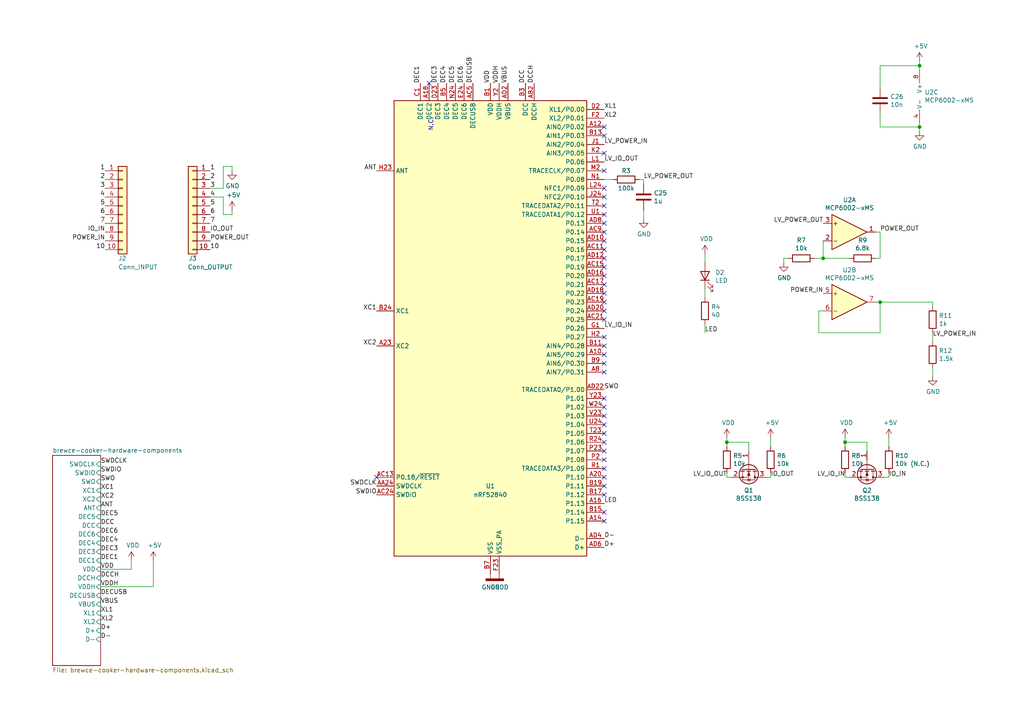
<source format=kicad_sch>
(kicad_sch (version 20211123) (generator eeschema)
  (paper "A4")
  (title_block (title "brewce Cooker Hardware") (date "2023-06-22") (rev "1.0.2") (company "Christian Hirsch") (comment 1 "Copyright 2023 Christian Hirsch") (comment 2 "SPDX-License-Identifier: Apache-2.0 WITH SHL-2.1"))
  (lib_symbols
    (symbol "Amplifier_Operational:MCP6002-xMS" (pin_names (offset 0.127))
      (property "Reference" "U" (at 0 5.08 0))
      (property "Value" "MCP6002-xMS" (at 0 -5.08 0))
      (symbol "MCP6002-xMS_1_1"
        (polyline (pts (xy -5.08 5.08) (xy 5.08 0) (xy -5.08 -5.08) (xy -5.08 5.08)) (stroke (width 0.254)) (fill (type background)))
        (pin output line (at 7.62 0 180) (length 2.54) (name "~") (number "1"))
        (pin input line (at -7.62 -2.54 0) (length 2.54) (name "-") (number "2"))
        (pin input line (at -7.62 2.54 0) (length 2.54) (name "+") (number "3"))
      )
      (symbol "MCP6002-xMS_2_1"
        (polyline (pts (xy -5.08 5.08) (xy 5.08 0) (xy -5.08 -5.08) (xy -5.08 5.08)) (stroke (width 0.254)) (fill (type background)))
        (pin input line (at -7.62 2.54 0) (length 2.54) (name "+") (number "5"))
        (pin input line (at -7.62 -2.54 0) (length 2.54) (name "-") (number "6"))
        (pin output line (at 7.62 0 180) (length 2.54) (name "~") (number "7"))
      )
      (symbol "MCP6002-xMS_3_1"
        (pin power_in line (at -2.54 -7.62 90) (length 3.81) (name "V-") (number "4"))
        (pin power_in line (at -2.54 7.62 270) (length 3.81) (name "V+") (number "8"))
      )
    )
    (symbol "Connector_Generic:Conn_01x10" (pin_names (offset 1.016) hide)
      (property "Reference" "J" (at 0 12.7 0))
      (property "Value" "Conn_01x10" (at 0 -15.24 0))
      (symbol "Conn_01x10_1_1"
        (rectangle (start -1.27 -12.573) (end 0 -12.827) (stroke (width 0.1524)))
        (rectangle (start -1.27 -10.033) (end 0 -10.287) (stroke (width 0.1524)))
        (rectangle (start -1.27 -7.493) (end 0 -7.747) (stroke (width 0.1524)))
        (rectangle (start -1.27 -4.953) (end 0 -5.207) (stroke (width 0.1524)))
        (rectangle (start -1.27 -2.413) (end 0 -2.667) (stroke (width 0.1524)))
        (rectangle (start -1.27 0.127) (end 0 -0.127) (stroke (width 0.1524)))
        (rectangle (start -1.27 2.667) (end 0 2.413) (stroke (width 0.1524)))
        (rectangle (start -1.27 5.207) (end 0 4.953) (stroke (width 0.1524)))
        (rectangle (start -1.27 7.747) (end 0 7.493) (stroke (width 0.1524)))
        (rectangle (start -1.27 10.287) (end 0 10.033) (stroke (width 0.1524)))
        (rectangle (start -1.27 11.43) (end 1.27 -13.97) (stroke (width 0.254)) (fill (type background)))
        (pin passive line (at -5.08 10.16 0) (length 3.81) (name "Pin_1") (number "1"))
        (pin passive line (at -5.08 -12.7 0) (length 3.81) (name "Pin_10") (number "10"))
        (pin passive line (at -5.08 7.62 0) (length 3.81) (name "Pin_2") (number "2"))
        (pin passive line (at -5.08 5.08 0) (length 3.81) (name "Pin_3") (number "3"))
        (pin passive line (at -5.08 2.54 0) (length 3.81) (name "Pin_4") (number "4"))
        (pin passive line (at -5.08 0 0) (length 3.81) (name "Pin_5") (number "5"))
        (pin passive line (at -5.08 -2.54 0) (length 3.81) (name "Pin_6") (number "6"))
        (pin passive line (at -5.08 -5.08 0) (length 3.81) (name "Pin_7") (number "7"))
        (pin passive line (at -5.08 -7.62 0) (length 3.81) (name "Pin_8") (number "8"))
        (pin passive line (at -5.08 -10.16 0) (length 3.81) (name "Pin_9") (number "9"))
      )
    )
    (symbol "Device:C" (pin_numbers hide) (pin_names (offset 0.254))
      (property "Reference" "C" (at 0.635 2.54 0))
      (property "Value" "C" (at 0.635 -2.54 0))
      (symbol "C_0_1"
        (polyline (pts (xy -2.032 -0.762) (xy 2.032 -0.762)) (stroke (width 0.508)))
        (polyline (pts (xy -2.032 0.762) (xy 2.032 0.762)) (stroke (width 0.508)))
      )
      (symbol "C_1_1"
        (pin passive line (at 0 3.81 270) (length 2.794) (name "~") (number "1"))
        (pin passive line (at 0 -3.81 90) (length 2.794) (name "~") (number "2"))
      )
    )
    (symbol "Device:LED" (pin_numbers hide) (pin_names (offset 1.016) hide)
      (property "Reference" "D" (at 0 2.54 0))
      (property "Value" "LED" (at 0 -2.54 0))
      (symbol "LED_0_1"
        (polyline (pts (xy -1.27 -1.27) (xy -1.27 1.27)) (stroke (width 0.254)))
        (polyline (pts (xy -1.27 0) (xy 1.27 0)))
        (polyline (pts (xy 1.27 -1.27) (xy 1.27 1.27) (xy -1.27 0) (xy 1.27 -1.27)) (stroke (width 0.254)))
        (polyline (pts (xy -3.048 -0.762) (xy -4.572 -2.286) (xy -3.81 -2.286) (xy -4.572 -2.286) (xy -4.572 -1.524)))
        (polyline (pts (xy -1.778 -0.762) (xy -3.302 -2.286) (xy -2.54 -2.286) (xy -3.302 -2.286) (xy -3.302 -1.524)))
      )
      (symbol "LED_1_1"
        (pin passive line (at -3.81 0 0) (length 2.54) (name "K") (number "1"))
        (pin passive line (at 3.81 0 180) (length 2.54) (name "A") (number "2"))
      )
    )
    (symbol "Device:R" (pin_numbers hide) (pin_names (offset 0))
      (property "Reference" "R" (at 2.032 0 90))
      (property "Value" "R" (at 0 0 90))
      (symbol "R_0_1"
        (rectangle (start -1.016 -2.54) (end 1.016 2.54) (stroke (width 0.254)))
      )
      (symbol "R_1_1"
        (pin passive line (at 0 3.81 270) (length 1.27) (name "~") (number "1"))
        (pin passive line (at 0 -3.81 90) (length 1.27) (name "~") (number "2"))
      )
    )
    (symbol "MCU_Nordic:nRF52840"
      (property "Reference" "U" (at 0 5.08 0))
      (property "Value" "nRF52840" (at 0 2.54 0))
      (symbol "nRF52840_0_1"
        (rectangle (start -27.94 66.04) (end 27.94 -66.04) (stroke (width 0.254)) (fill (type background)))
      )
      (symbol "nRF52840_1_1"
        (pin bidirectional line (at 33.02 -7.62 180) (length 5.08) (name "AIN5/P0.29") (number "A10"))
        (pin bidirectional line (at 33.02 58.42 180) (length 5.08) (name "AIN0/P0.02") (number "A12"))
        (pin bidirectional line (at 33.02 -55.88 180) (length 5.08) (name "P1.15") (number "A14"))
        (pin bidirectional line (at 33.02 -50.8 180) (length 5.08) (name "P1.13") (number "A16"))
        (pin passive line (at -17.78 71.12 270) (length 5.08) (name "DEC2") (number "A18"))
        (pin bidirectional line (at 33.02 -43.18 180) (length 5.08) (name "P1.10") (number "A20"))
        (pin passive line (at 0 71.12 270) (length 5.08) hide (name "VDD") (number "A22"))
        (pin input line (at -33.02 -5.08 0) (length 5.08) (name "XC2") (number "A23"))
        (pin bidirectional line (at 33.02 -12.7 180) (length 5.08) (name "AIN7/P0.31") (number "A8"))
        (pin input line (at -33.02 -45.72 0) (length 5.08) (name "SWDCLK") (number "AA24"))
        (pin power_out line (at 12.7 71.12 270) (length 5.08) (name "DCCH") (number "AB2"))
        (pin bidirectional line (at 33.02 22.86 180) (length 5.08) (name "P0.16") (number "AC11"))
        (pin bidirectional line (at -33.02 -43.18 0) (length 5.08) (name "P0.18/~{RESET}") (number "AC13"))
        (pin bidirectional line (at 33.02 17.78 180) (length 5.08) (name "P0.19") (number "AC15"))
        (pin bidirectional line (at 33.02 12.7 180) (length 5.08) (name "P0.21") (number "AC17"))
        (pin bidirectional line (at 33.02 7.62 180) (length 5.08) (name "P0.23") (number "AC19"))
        (pin bidirectional line (at 33.02 2.54 180) (length 5.08) (name "P0.25") (number "AC21"))
        (pin bidirectional line (at -33.02 -48.26 0) (length 5.08) (name "SWDIO") (number "AC24"))
        (pin passive line (at -5.08 71.12 270) (length 5.08) (name "DECUSB") (number "AC5"))
        (pin bidirectional line (at 33.02 27.94 180) (length 5.08) (name "P0.14") (number "AC9"))
        (pin bidirectional line (at 33.02 25.4 180) (length 5.08) (name "P0.15") (number "AD10"))
        (pin bidirectional line (at 33.02 20.32 180) (length 5.08) (name "P0.17") (number "AD12"))
        (pin passive line (at 0 71.12 270) (length 5.08) hide (name "VDD") (number "AD14"))
        (pin bidirectional line (at 33.02 15.24 180) (length 5.08) (name "P0.20") (number "AD16"))
        (pin bidirectional line (at 33.02 10.16 180) (length 5.08) (name "P0.22") (number "AD18"))
        (pin power_in line (at 5.08 71.12 270) (length 5.08) (name "VBUS") (number "AD2"))
        (pin bidirectional line (at 33.02 5.08 180) (length 5.08) (name "P0.24") (number "AD20"))
        (pin bidirectional line (at 33.02 -17.78 180) (length 5.08) (name "TRACEDATA0/P1.00") (number "AD22"))
        (pin passive line (at 0 71.12 270) (length 5.08) hide (name "VDD") (number "AD23"))
        (pin bidirectional line (at 33.02 -60.96 180) (length 5.08) (name "D-") (number "AD4"))
        (pin bidirectional line (at 33.02 -63.5 180) (length 5.08) (name "D+") (number "AD6"))
        (pin bidirectional line (at 33.02 30.48 180) (length 5.08) (name "P0.13") (number "AD8"))
        (pin power_in line (at 0 71.12 270) (length 5.08) (name "VDD") (number "B1"))
        (pin bidirectional line (at 33.02 -5.08 180) (length 5.08) (name "AIN4/P0.28") (number "B11"))
        (pin bidirectional line (at 33.02 55.88 180) (length 5.08) (name "AIN1/P0.03") (number "B13"))
        (pin bidirectional line (at 33.02 -53.34 180) (length 5.08) (name "P1.14") (number "B15"))
        (pin bidirectional line (at 33.02 -48.26 180) (length 5.08) (name "P1.12") (number "B17"))
        (pin bidirectional line (at 33.02 -45.72 180) (length 5.08) (name "P1.11") (number "B19"))
        (pin input line (at -33.02 5.08 0) (length 5.08) (name "XC1") (number "B24"))
        (pin power_out line (at 10.16 71.12 270) (length 5.08) (name "DCC") (number "B3"))
        (pin passive line (at -12.7 71.12 270) (length 5.08) (name "DEC4") (number "B5"))
        (pin power_in line (at 0 -71.12 90) (length 5.08) (name "VSS") (number "B7"))
        (pin bidirectional line (at 33.02 -10.16 180) (length 5.08) (name "AIN6/P0.30") (number "B9"))
        (pin passive line (at -20.32 71.12 270) (length 5.08) (name "DEC1") (number "C1"))
        (pin bidirectional line (at 33.02 63.5 180) (length 5.08) (name "XL1/P0.00") (number "D2"))
        (pin passive line (at -15.24 71.12 270) (length 5.08) (name "DEC3") (number "D23"))
        (pin passive line (at -7.62 71.12 270) (length 5.08) (name "DEC6") (number "E24"))
        (pin passive line (at 0 -71.12 90) (length 5.08) hide (name "VSS") (number "EP"))
        (pin bidirectional line (at 33.02 60.96 180) (length 5.08) (name "XL2/P0.01") (number "F2"))
        (pin power_in line (at 2.54 -71.12 90) (length 5.08) (name "VSS_PA") (number "F23"))
        (pin bidirectional line (at 33.02 0 180) (length 5.08) (name "P0.26") (number "G1"))
        (pin bidirectional line (at 33.02 -2.54 180) (length 5.08) (name "P0.27") (number "H2"))
        (pin passive line (at -33.02 45.72 0) (length 5.08) (name "ANT") (number "H23"))
        (pin bidirectional line (at 33.02 53.34 180) (length 5.08) (name "AIN2/P0.04") (number "J1"))
        (pin bidirectional line (at 33.02 38.1 180) (length 5.08) (name "NFC2/P0.10") (number "J24"))
        (pin bidirectional line (at 33.02 50.8 180) (length 5.08) (name "AIN3/P0.05") (number "K2"))
        (pin bidirectional line (at 33.02 48.26 180) (length 5.08) (name "P0.06") (number "L1"))
        (pin bidirectional line (at 33.02 40.64 180) (length 5.08) (name "NFC1/P0.09") (number "L24"))
        (pin bidirectional line (at 33.02 45.72 180) (length 5.08) (name "TRACECLK/P0.07") (number "M2"))
        (pin bidirectional line (at 33.02 43.18 180) (length 5.08) (name "P0.08") (number "N1"))
        (pin passive line (at -10.16 71.12 270) (length 5.08) (name "DEC5") (number "N24"))
        (pin bidirectional line (at 33.02 -38.1 180) (length 5.08) (name "P1.08") (number "P2"))
        (pin bidirectional line (at 33.02 -35.56 180) (length 5.08) (name "P1.07") (number "P23"))
        (pin bidirectional line (at 33.02 -40.64 180) (length 5.08) (name "TRACEDATA3/P1.09") (number "R1"))
        (pin bidirectional line (at 33.02 -33.02 180) (length 5.08) (name "P1.06") (number "R24"))
        (pin bidirectional line (at 33.02 35.56 180) (length 5.08) (name "TRACEDATA2/P0.11") (number "T2"))
        (pin bidirectional line (at 33.02 -30.48 180) (length 5.08) (name "P1.05") (number "T23"))
        (pin bidirectional line (at 33.02 33.02 180) (length 5.08) (name "TRACEDATA1/P0.12") (number "U1"))
        (pin bidirectional line (at 33.02 -27.94 180) (length 5.08) (name "P1.04") (number "U24"))
        (pin bidirectional line (at 33.02 -25.4 180) (length 5.08) (name "P1.03") (number "V23"))
        (pin passive line (at 0 71.12 270) (length 5.08) hide (name "VDD") (number "W1"))
        (pin bidirectional line (at 33.02 -22.86 180) (length 5.08) (name "P1.02") (number "W24"))
        (pin power_in line (at 2.54 71.12 270) (length 5.08) (name "VDDH") (number "Y2"))
        (pin bidirectional line (at 33.02 -20.32 180) (length 5.08) (name "P1.01") (number "Y23"))
      )
    )
    (symbol "Transistor_FET:BSS138" (pin_names hide)
      (property "Reference" "Q" (at 5.08 1.905 0))
      (property "Value" "BSS138" (at 5.08 0 0))
      (symbol "BSS138_0_1"
        (polyline (pts (xy 0.254 0) (xy -2.54 0)))
        (polyline (pts (xy 0.254 1.905) (xy 0.254 -1.905)) (stroke (width 0.254)))
        (polyline (pts (xy 0.762 -1.27) (xy 0.762 -2.286)) (stroke (width 0.254)))
        (polyline (pts (xy 0.762 0.508) (xy 0.762 -0.508)) (stroke (width 0.254)))
        (polyline (pts (xy 0.762 2.286) (xy 0.762 1.27)) (stroke (width 0.254)))
        (polyline (pts (xy 2.54 2.54) (xy 2.54 1.778)))
        (polyline (pts (xy 2.54 -2.54) (xy 2.54 0) (xy 0.762 0)))
        (polyline (pts (xy 0.762 -1.778) (xy 3.302 -1.778) (xy 3.302 1.778) (xy 0.762 1.778)))
        (polyline (pts (xy 1.016 0) (xy 2.032 0.381) (xy 2.032 -0.381) (xy 1.016 0)) (fill (type outline)))
        (polyline (pts (xy 2.794 0.508) (xy 2.921 0.381) (xy 3.683 0.381) (xy 3.81 0.254)))
        (polyline (pts (xy 3.302 0.381) (xy 2.921 -0.254) (xy 3.683 -0.254) (xy 3.302 0.381)))
        (circle (center 1.651 0) (radius 2.794) (stroke (width 0.254)))
        (circle (center 2.54 -1.778) (radius 0.254) (fill (type outline)))
        (circle (center 2.54 1.778) (radius 0.254) (fill (type outline)))
      )
      (symbol "BSS138_1_1"
        (pin input line (at -5.08 0 0) (length 2.54) (name "G") (number "1"))
        (pin passive line (at 2.54 -5.08 90) (length 2.54) (name "S") (number "2"))
        (pin passive line (at 2.54 5.08 270) (length 2.54) (name "D") (number "3"))
      )
    )
    (symbol "power:+5V" (power) (pin_names (offset 0))
      (property "Value" "+5V" (at 0 3.556 0))
      (symbol "+5V_0_1"
        (polyline (pts (xy -0.762 1.27) (xy 0 2.54)))
        (polyline (pts (xy 0 0) (xy 0 2.54)))
        (polyline (pts (xy 0 2.54) (xy 0.762 1.27)))
      )
      (symbol "+5V_1_1"
        (pin power_in line (at 0 0 90) (length 0) hide (name "+5V") (number "1"))
      )
    )
    (symbol "power:GND" (power) (pin_names (offset 0))
      (property "Value" "GND" (at 0 -3.81 0))
      (symbol "GND_0_1"
        (polyline (pts (xy 0 0) (xy 0 -1.27) (xy 1.27 -1.27) (xy 0 -2.54) (xy -1.27 -1.27) (xy 0 -1.27)))
      )
      (symbol "GND_1_1"
        (pin power_in line (at 0 0 270) (length 0) hide (name "GND") (number "1"))
      )
    )
    (symbol "power:GNDD" (power) (pin_names (offset 0))
      (property "Value" "GNDD" (at 0 -3.175 0))
      (symbol "GNDD_0_1"
        (rectangle (start -1.27 -1.524) (end 1.27 -2.032) (stroke (width 0.254)) (fill (type outline)))
        (polyline (pts (xy 0 0) (xy 0 -1.524)))
      )
      (symbol "GNDD_1_1"
        (pin power_in line (at 0 0 270) (length 0) hide (name "GNDD") (number "1"))
      )
    )
    (symbol "power:VDD" (power) (pin_names (offset 0))
      (property "Value" "VDD" (at 0 3.81 0))
      (symbol "VDD_0_1"
        (polyline (pts (xy -0.762 1.27) (xy 0 2.54)))
        (polyline (pts (xy 0 0) (xy 0 2.54)))
        (polyline (pts (xy 0 2.54) (xy 0.762 1.27)))
      )
      (symbol "VDD_1_1"
        (pin power_in line (at 0 0 90) (length 0) hide (name "VDD") (number "1"))
      )
    )
  )
  (junction (at 266.7 19.05))
  (junction (at 266.7 36.83))
  (junction (at 255.27 87.63))
  (junction (at 210.82 128.27))
  (junction (at 238.76 74.93))
  (junction (at 245.11 128.27))
  (no_connect (at 175.26 59.69))
  (no_connect (at 175.26 140.97))
  (no_connect (at 175.26 67.31))
  (no_connect (at 175.26 82.55))
  (no_connect (at 124.46 24.13))
  (no_connect (at 175.26 130.81))
  (no_connect (at 175.26 148.59))
  (no_connect (at 175.26 49.53))
  (no_connect (at 175.26 85.09))
  (no_connect (at 175.26 151.13))
  (no_connect (at 175.26 100.33))
  (no_connect (at 175.26 133.35))
  (no_connect (at 175.26 72.39))
  (no_connect (at 175.26 97.79))
  (no_connect (at 175.26 54.61))
  (no_connect (at 175.26 80.01))
  (no_connect (at 175.26 128.27))
  (no_connect (at 175.26 69.85))
  (no_connect (at 175.26 77.47))
  (no_connect (at 175.26 120.65))
  (no_connect (at 175.26 39.37))
  (no_connect (at 175.26 36.83))
  (no_connect (at 175.26 62.23))
  (no_connect (at 175.26 74.93))
  (no_connect (at 175.26 143.51))
  (no_connect (at 175.26 105.41))
  (no_connect (at 175.26 123.19))
  (no_connect (at 175.26 138.43))
  (no_connect (at 175.26 102.87))
  (no_connect (at 175.26 57.15))
  (no_connect (at 175.26 125.73))
  (no_connect (at 109.22 138.43))
  (no_connect (at 175.26 115.57))
  (no_connect (at 175.26 107.95))
  (no_connect (at 175.26 135.89))
  (no_connect (at 175.26 90.17))
  (no_connect (at 175.26 118.11))
  (no_connect (at 175.26 87.63))
  (no_connect (at 175.26 44.45))
  (no_connect (at 175.26 92.71))
  (no_connect (at 175.26 64.77))
  (wire (pts (xy 60.96 54.61) (xy 64.77 54.61)))
  (wire (pts (xy 266.7 35.56) (xy 266.7 36.83)))
  (wire (pts (xy 210.82 128.27) (xy 210.82 127)))
  (wire (pts (xy 222.25 138.43) (xy 223.52 138.43)))
  (wire (pts (xy 185.42 52.07) (xy 186.69 52.07)))
  (wire (pts (xy 44.45 170.18) (xy 44.45 162.56)))
  (wire (pts (xy 255.27 19.05) (xy 266.7 19.05)))
  (wire (pts (xy 245.11 128.27) (xy 251.46 128.27)))
  (wire (pts (xy 38.1 165.1) (xy 38.1 162.56)))
  (wire (pts (xy 223.52 127) (xy 223.52 129.54)))
  (wire (pts (xy 255.27 67.31) (xy 254 67.31)))
  (wire (pts (xy 237.49 96.52) (xy 255.27 96.52)))
  (wire (pts (xy 270.51 106.68) (xy 270.51 109.22)))
  (wire (pts (xy 204.47 83.82) (xy 204.47 86.36)))
  (wire (pts (xy 236.22 74.93) (xy 238.76 74.93)))
  (wire (pts (xy 64.77 54.61) (xy 64.77 48.26)))
  (wire (pts (xy 210.82 137.16) (xy 210.82 138.43)))
  (wire (pts (xy 204.47 93.98) (xy 204.47 96.52)))
  (wire (pts (xy 227.33 74.93) (xy 228.6 74.93)))
  (wire (pts (xy 67.31 48.26) (xy 67.31 49.53)))
  (wire (pts (xy 204.47 73.66) (xy 204.47 76.2)))
  (wire (pts (xy 266.7 19.05) (xy 266.7 20.32)))
  (wire (pts (xy 270.51 96.52) (xy 270.51 99.06)))
  (wire (pts (xy 245.11 129.54) (xy 245.11 128.27)))
  (wire (pts (xy 255.27 87.63) (xy 270.51 87.63)))
  (wire (pts (xy 270.51 87.63) (xy 270.51 88.9)))
  (wire (pts (xy 29.21 165.1) (xy 38.1 165.1)))
  (wire (pts (xy 245.11 128.27) (xy 245.11 127)))
  (wire (pts (xy 64.77 62.23) (xy 67.31 62.23)))
  (wire (pts (xy 251.46 128.27) (xy 251.46 130.81)))
  (wire (pts (xy 60.96 57.15) (xy 64.77 57.15)))
  (wire (pts (xy 255.27 74.93) (xy 255.27 67.31)))
  (wire (pts (xy 266.7 36.83) (xy 255.27 36.83)))
  (wire (pts (xy 29.21 170.18) (xy 44.45 170.18)))
  (wire (pts (xy 266.7 19.05) (xy 266.7 17.78)))
  (wire (pts (xy 186.69 52.07) (xy 186.69 53.34)))
  (wire (pts (xy 255.27 96.52) (xy 255.27 87.63)))
  (wire (pts (xy 64.77 57.15) (xy 64.77 62.23)))
  (wire (pts (xy 255.27 36.83) (xy 255.27 33.02)))
  (wire (pts (xy 266.7 38.1) (xy 266.7 36.83)))
  (wire (pts (xy 246.38 138.43) (xy 245.11 138.43)))
  (wire (pts (xy 238.76 74.93) (xy 246.38 74.93)))
  (wire (pts (xy 67.31 62.23) (xy 67.31 60.96)))
  (wire (pts (xy 217.17 128.27) (xy 217.17 130.81)))
  (wire (pts (xy 227.33 76.2) (xy 227.33 74.93)))
  (wire (pts (xy 64.77 48.26) (xy 67.31 48.26)))
  (wire (pts (xy 245.11 138.43) (xy 245.11 137.16)))
  (wire (pts (xy 186.69 60.96) (xy 186.69 63.5)))
  (wire (pts (xy 257.81 138.43) (xy 257.81 137.16)))
  (wire (pts (xy 175.26 52.07) (xy 177.8 52.07)))
  (wire (pts (xy 257.81 127) (xy 257.81 129.54)))
  (wire (pts (xy 237.49 90.17) (xy 237.49 96.52)))
  (wire (pts (xy 210.82 128.27) (xy 217.17 128.27)))
  (wire (pts (xy 254 74.93) (xy 255.27 74.93)))
  (wire (pts (xy 238.76 69.85) (xy 238.76 74.93)))
  (wire (pts (xy 223.52 138.43) (xy 223.52 137.16)))
  (wire (pts (xy 255.27 87.63) (xy 254 87.63)))
  (wire (pts (xy 238.76 90.17) (xy 237.49 90.17)))
  (wire (pts (xy 256.54 138.43) (xy 257.81 138.43)))
  (wire (pts (xy 255.27 25.4) (xy 255.27 19.05)))
  (wire (pts (xy 210.82 138.43) (xy 212.09 138.43)))
  (wire (pts (xy 210.82 129.54) (xy 210.82 128.27)))
  (text "N.C." (at 125.73 38.1 90) (effects (font (size 1.27 1.27)) (justify left bottom)))
  (label "XL1" (at 175.26 31.75 0))
  (label "LV_IO_OUT" (at 175.26 46.99 0))
  (label "4" (at 30.48 57.15 180))
  (label "D+" (at 175.26 158.75 0))
  (label "DECUSB" (at 29.21 172.72 0))
  (label "10" (at 60.96 72.39 0))
  (label "DEC1" (at 29.21 162.56 0))
  (label "D+" (at 29.21 182.88 0))
  (label "4" (at 60.96 57.15 0))
  (label "DCC" (at 29.21 152.4 0))
  (label "6" (at 60.96 62.23 0))
  (label "DEC5" (at 132.08 24.13 90))
  (label "SWDCLK" (at 109.22 140.97 180))
  (label "VBUS" (at 29.21 175.26 0))
  (label "LV_POWER_IN" (at 270.51 97.79 0))
  (label "LV_IO_IN" (at 175.26 95.25 0))
  (label "DCCH" (at 154.94 24.13 90))
  (label "XC1" (at 109.22 90.17 180))
  (label "VDD" (at 29.21 165.1 0))
  (label "DEC6" (at 29.21 154.94 0))
  (label "SWO" (at 29.21 139.7 0))
  (label "POWER_IN" (at 238.76 85.09 180))
  (label "D-" (at 29.21 185.42 0))
  (label "1" (at 60.96 49.53 0))
  (label "SWDIO" (at 29.21 137.16 0))
  (label "10" (at 30.48 72.39 180))
  (label "1" (at 30.48 49.53 180))
  (label "VDDH" (at 144.78 24.13 90))
  (label "7" (at 60.96 64.77 0))
  (label "DEC1" (at 121.92 24.13 90))
  (label "SWO" (at 175.26 113.03 0))
  (label "POWER_OUT" (at 255.27 67.31 0))
  (label "VDD" (at 142.24 24.13 90))
  (label "XL1" (at 29.21 177.8 0))
  (label "IO_IN" (at 257.81 138.43 0))
  (label "DECUSB" (at 137.16 24.13 90))
  (label "ANT" (at 29.21 147.32 0))
  (label "SWDCLK" (at 29.21 134.62 0))
  (label "LED" (at 204.47 96.52 0))
  (label "DEC4" (at 129.54 24.13 90))
  (label "7" (at 30.48 64.77 180))
  (label "LV_POWER_OUT" (at 238.76 64.77 180))
  (label "XC2" (at 29.21 144.78 0))
  (label "DEC5" (at 29.21 149.86 0))
  (label "XL2" (at 29.21 180.34 0))
  (label "IO_IN" (at 30.48 67.31 180))
  (label "XC1" (at 29.21 142.24 0))
  (label "2" (at 30.48 52.07 180))
  (label "IO_OUT" (at 60.96 67.31 0))
  (label "ANT" (at 109.22 49.53 180))
  (label "XL2" (at 175.26 34.29 0))
  (label "SWDIO" (at 109.22 143.51 180))
  (label "DEC3" (at 29.21 160.02 0))
  (label "3" (at 30.48 54.61 180))
  (label "LV_IO_IN" (at 245.11 138.43 180))
  (label "POWER_OUT" (at 60.96 69.85 0))
  (label "XC2" (at 109.22 100.33 180))
  (label "IO_OUT" (at 223.52 138.43 0))
  (label "5" (at 30.48 59.69 180))
  (label "6" (at 30.48 62.23 180))
  (label "2" (at 60.96 52.07 0))
  (label "LV_POWER_OUT" (at 186.69 52.07 0))
  (label "D-" (at 175.26 156.21 0))
  (label "LV_IO_OUT" (at 210.82 138.43 180))
  (label "VBUS" (at 147.32 24.13 90))
  (label "DEC4" (at 29.21 157.48 0))
  (label "DEC3" (at 127 24.13 90))
  (label "DEC6" (at 134.62 24.13 90))
  (label "LV_POWER_IN" (at 175.26 41.91 0))
  (label "POWER_IN" (at 30.48 69.85 180))
  (label "DCC" (at 152.4 24.13 90))
  (label "3" (at 60.96 54.61 0))
  (label "DCCH" (at 29.21 167.64 0))
  (label "LED" (at 175.26 146.05 0))
  (label "5" (at 60.96 59.69 0))
  (label "VDDH" (at 29.21 170.18 0))
  (symbol (lib_id "MCU_Nordic:nRF52840") (at 142.24 95.25 0) (unit 1)
    (property "Reference" "U1" (at 142.24 140.97 0))
    (property "Value" "nRF52840" (at 142.24 143.51 0))
    (property "Footprint" "Package_DFN_QFN:Nordic_AQFN-73-1EP_7x7mm_P0.5mm" (effects hide))
    (property "Datasheet" "http://infocenter.nordicsemi.com/topic/com.nordic.infocenter.nrf52/dita/nrf52/chips/nrf52840.html" (effects hide))
  )
  (symbol (lib_id "power:GNDD") (at 142.24 166.37 0) (unit 1)
    (property "Reference" "#PWR016" (effects hide))
    (property "Value" "GNDD" (at 142.3416 170.307 0))
  )
  (symbol (lib_id "power:GNDD") (at 144.78 166.37 0) (unit 1)
    (property "Reference" "#PWR017" (effects hide))
    (property "Value" "GNDD" (at 144.8816 170.307 0))
  )
  (symbol (lib_id "Connector_Generic:Conn_01x10") (at 35.56 59.69 0) (unit 1)
    (property "Reference" "J2" (at 34.29 74.93 0) (effects (justify left)))
    (property "Value" "Conn_INPUT" (at 34.29 77.47 0) (effects (justify left)))
    (property "Footprint" "Connector_PinHeader_2.54mm:PinHeader_1x10_P2.54mm_Vertical" (effects hide))
  )
  (symbol (lib_id "Connector_Generic:Conn_01x10") (at 55.88 59.69 0) (mirror y) (unit 1)
    (property "Reference" "J3" (at 55.88 74.93 0))
    (property "Value" "Conn_OUTPUT" (at 60.96 77.47 0))
    (property "Footprint" "Connector_PinSocket_2.54mm:PinSocket_1x10_P2.54mm_Vertical" (effects hide))
  )
  (symbol (lib_id "power:+5V") (at 67.31 60.96 0) (unit 1)
    (property "Reference" "#PWR0101" (effects hide))
    (property "Value" "+5V" (at 67.691 56.5658 0))
  )
  (symbol (lib_id "power:GND") (at 67.31 49.53 0) (unit 1)
    (property "Reference" "#PWR0102" (effects hide))
    (property "Value" "GND" (at 67.437 53.9242 0))
  )
  (symbol (lib_id "Device:R") (at 270.51 92.71 0) (unit 1)
    (property "Reference" "R11" (at 272.288 91.5416 0) (effects (justify left)))
    (property "Value" "1k" (at 272.288 93.853 0) (effects (justify left)))
    (property "Footprint" "Resistor_SMD:R_0402_1005Metric" (effects hide))
  )
  (symbol (lib_id "Device:R") (at 270.51 102.87 0) (unit 1)
    (property "Reference" "R12" (at 272.288 101.7016 0) (effects (justify left)))
    (property "Value" "1.5k" (at 272.288 104.013 0) (effects (justify left)))
    (property "Footprint" "Resistor_SMD:R_0402_1005Metric" (effects hide))
  )
  (symbol (lib_id "power:GND") (at 270.51 109.22 0) (unit 1)
    (property "Reference" "#PWR0123" (effects hide))
    (property "Value" "GND" (at 270.637 113.6142 0))
  )
  (symbol (lib_id "power:+5V") (at 266.7 17.78 0) (unit 1)
    (property "Reference" "#PWR0124" (effects hide))
    (property "Value" "+5V" (at 267.081 13.3858 0))
  )
  (symbol (lib_id "power:GND") (at 266.7 38.1 0) (unit 1)
    (property "Reference" "#PWR0125" (effects hide))
    (property "Value" "GND" (at 266.827 42.4942 0))
  )
  (symbol (lib_id "Device:R") (at 232.41 74.93 270) (unit 1)
    (property "Reference" "R7" (at 232.41 69.6722 90))
    (property "Value" "10k" (at 232.41 71.9836 90))
    (property "Footprint" "Resistor_SMD:R_0402_1005Metric" (effects hide))
  )
  (symbol (lib_id "Device:R") (at 250.19 74.93 270) (unit 1)
    (property "Reference" "R9" (at 250.19 69.6722 90))
    (property "Value" "6.8k" (at 250.19 71.9836 90))
    (property "Footprint" "Resistor_SMD:R_0402_1005Metric" (effects hide))
  )
  (symbol (lib_id "power:GND") (at 227.33 76.2 0) (unit 1)
    (property "Reference" "#PWR0126" (effects hide))
    (property "Value" "GND" (at 227.457 80.5942 0))
  )
  (symbol (lib_id "power:VDD") (at 38.1 162.56 0) (unit 1)
    (property "Reference" "#PWR0128" (effects hide))
    (property "Value" "VDD" (at 38.5318 158.1658 0))
  )
  (symbol (lib_id "Transistor_FET:BSS138") (at 217.17 135.89 270) (unit 1)
    (property "Reference" "Q1" (at 217.17 142.24 90))
    (property "Value" "BSS138" (at 217.17 144.5514 90))
    (property "Footprint" "Package_TO_SOT_SMD:SOT-23" (effects hide))
    (property "Datasheet" "https://www.fairchildsemi.com/datasheets/BS/BSS138.pdf" (effects hide))
  )
  (symbol (lib_id "Device:R") (at 210.82 133.35 0) (unit 1)
    (property "Reference" "R5" (at 212.598 132.1816 0) (effects (justify left)))
    (property "Value" "10k" (at 212.598 134.493 0) (effects (justify left)))
    (property "Footprint" "Resistor_SMD:R_0402_1005Metric" (effects hide))
  )
  (symbol (lib_id "Device:R") (at 223.52 133.35 0) (unit 1)
    (property "Reference" "R6" (at 225.298 132.1816 0) (effects (justify left)))
    (property "Value" "10k" (at 225.298 134.493 0) (effects (justify left)))
    (property "Footprint" "Resistor_SMD:R_0402_1005Metric" (effects hide))
  )
  (symbol (lib_id "Transistor_FET:BSS138") (at 251.46 135.89 270) (unit 1)
    (property "Reference" "Q2" (at 251.46 142.24 90))
    (property "Value" "BSS138" (at 251.46 144.5514 90))
    (property "Footprint" "Package_TO_SOT_SMD:SOT-23" (effects hide))
    (property "Datasheet" "https://www.fairchildsemi.com/datasheets/BS/BSS138.pdf" (effects hide))
  )
  (symbol (lib_id "Device:R") (at 245.11 133.35 0) (unit 1)
    (property "Reference" "R8" (at 246.888 132.1816 0) (effects (justify left)))
    (property "Value" "10k" (at 246.888 134.493 0) (effects (justify left)))
    (property "Footprint" "Resistor_SMD:R_0402_1005Metric" (effects hide))
  )
  (symbol (lib_id "Device:R") (at 257.81 133.35 0) (unit 1)
    (property "Reference" "R10" (at 259.588 132.1816 0) (effects (justify left)))
    (property "Value" "10k (N.C.)" (at 259.588 134.493 0) (effects (justify left)))
    (property "Footprint" "Resistor_SMD:R_0402_1005Metric" (effects hide))
  )
  (symbol (lib_id "power:VDD") (at 210.82 127 0) (unit 1)
    (property "Reference" "#PWR0129" (effects hide))
    (property "Value" "VDD" (at 211.2518 122.6058 0))
  )
  (symbol (lib_id "power:VDD") (at 245.11 127 0) (unit 1)
    (property "Reference" "#PWR0130" (effects hide))
    (property "Value" "VDD" (at 245.5418 122.6058 0))
  )
  (symbol (lib_id "power:+5V") (at 257.81 127 0) (unit 1)
    (property "Reference" "#PWR0131" (effects hide))
    (property "Value" "+5V" (at 258.191 122.6058 0))
  )
  (symbol (lib_id "power:+5V") (at 223.52 127 0) (unit 1)
    (property "Reference" "#PWR0132" (effects hide))
    (property "Value" "+5V" (at 223.901 122.6058 0))
  )
  (symbol (lib_id "Device:LED") (at 204.47 80.01 90) (unit 1)
    (property "Reference" "D2" (at 207.4418 79.0448 90) (effects (justify right)))
    (property "Value" "LED" (at 207.4418 81.3562 90) (effects (justify right)))
    (property "Footprint" "LED_SMD:LED_1206_3216Metric" (effects hide))
  )
  (symbol (lib_id "Device:R") (at 204.47 90.17 180) (unit 1)
    (property "Reference" "R4" (at 206.248 89.0016 0) (effects (justify right)))
    (property "Value" "40" (at 206.248 91.313 0) (effects (justify right)))
    (property "Footprint" "Resistor_SMD:R_0402_1005Metric" (effects hide))
  )
  (symbol (lib_id "Device:R") (at 181.61 52.07 90) (unit 1)
    (property "Reference" "R3" (at 181.61 49.53 90))
    (property "Value" "100k" (at 181.61 54.61 90))
    (property "Footprint" "Resistor_SMD:R_0402_1005Metric" (effects hide))
  )
  (symbol (lib_id "Device:C") (at 186.69 57.15 0) (unit 1)
    (property "Reference" "C25" (at 189.611 55.9816 0) (effects (justify left)))
    (property "Value" "1u" (at 189.611 58.293 0) (effects (justify left)))
    (property "Footprint" "Capacitor_SMD:C_0603_1608Metric" (effects hide))
  )
  (symbol (lib_id "power:GND") (at 186.69 63.5 0) (unit 1)
    (property "Reference" "#PWR0133" (effects hide))
    (property "Value" "GND" (at 186.817 67.8942 0))
  )
  (symbol (lib_id "power:VDD") (at 204.47 73.66 0) (unit 1)
    (property "Reference" "#PWR0134" (effects hide))
    (property "Value" "VDD" (at 204.9018 69.2658 0))
  )
  (symbol (lib_id "power:+5V") (at 44.45 162.56 0) (unit 1)
    (property "Reference" "#PWR0137" (effects hide))
    (property "Value" "+5V" (at 44.831 158.1658 0))
  )
  (symbol (lib_id "Amplifier_Operational:MCP6002-xMS") (at 246.38 67.31 0) (unit 1)
    (property "Reference" "U2" (at 246.38 57.9882 0))
    (property "Value" "MCP6002-xMS" (at 246.38 60.2996 0))
    (property "Footprint" "Package_SO:MSOP-8_3x3mm_P0.65mm" (effects hide))
    (property "Datasheet" "http://ww1.microchip.com/downloads/en/DeviceDoc/21733j.pdf" (effects hide))
  )
  (symbol (lib_id "Amplifier_Operational:MCP6002-xMS") (at 246.38 87.63 0) (unit 2)
    (property "Reference" "U2" (at 246.38 78.3082 0))
    (property "Value" "MCP6002-xMS" (at 246.38 80.6196 0))
    (property "Footprint" "Package_SO:MSOP-8_3x3mm_P0.65mm" (effects hide))
    (property "Datasheet" "http://ww1.microchip.com/downloads/en/DeviceDoc/21733j.pdf" (effects hide))
  )
  (symbol (lib_id "Amplifier_Operational:MCP6002-xMS") (at 269.24 27.94 0) (unit 3)
    (property "Reference" "U2" (at 268.1732 26.7716 0) (effects (justify left)))
    (property "Value" "MCP6002-xMS" (at 268.1732 29.083 0) (effects (justify left)))
    (property "Footprint" "Package_SO:MSOP-8_3x3mm_P0.65mm" (effects hide))
    (property "Datasheet" "http://ww1.microchip.com/downloads/en/DeviceDoc/21733j.pdf" (effects hide))
  )
  (symbol (lib_id "Device:C") (at 255.27 29.21 0) (unit 1)
    (property "Reference" "C26" (at 258.191 28.0416 0) (effects (justify left)))
    (property "Value" "10n" (at 258.191 30.353 0) (effects (justify left)))
    (property "Footprint" "Capacitor_SMD:C_0402_1005Metric" (effects hide))
  )
  (sheet (at 15.24 132.08) (size 13.97 60.96)
    (property "Sheet name" "brewce-cooker-hardware-components" (at 15.24 131.3684 0) (effects (justify left bottom)))
    (property "Sheet file" "brewce-cooker-hardware-components.kicad_sch" (at 15.24 193.6246 0) (effects (justify left top)))
    (pin "SWDCLK" input (at 29.21 134.62 0))
    (pin "SWDIO" input (at 29.21 137.16 0))
    (pin "SWO" input (at 29.21 139.7 0))
    (pin "XC1" input (at 29.21 142.24 0))
    (pin "XC2" input (at 29.21 144.78 0))
    (pin "ANT" input (at 29.21 147.32 0))
    (pin "DEC5" input (at 29.21 149.86 0))
    (pin "DCC" input (at 29.21 152.4 0))
    (pin "DEC6" input (at 29.21 154.94 0))
    (pin "DEC4" input (at 29.21 157.48 0))
    (pin "DEC3" input (at 29.21 160.02 0))
    (pin "DEC1" input (at 29.21 162.56 0))
    (pin "VDD" input (at 29.21 165.1 0))
    (pin "DCCH" input (at 29.21 167.64 0))
    (pin "VDDH" input (at 29.21 170.18 0))
    (pin "DECUSB" input (at 29.21 172.72 0))
    (pin "VBUS" input (at 29.21 175.26 0))
    (pin "XL1" input (at 29.21 177.8 0))
    (pin "XL2" input (at 29.21 180.34 0))
    (pin "D+" input (at 29.21 182.88 0))
    (pin "D-" input (at 29.21 185.42 0))
  )
)
</source>
